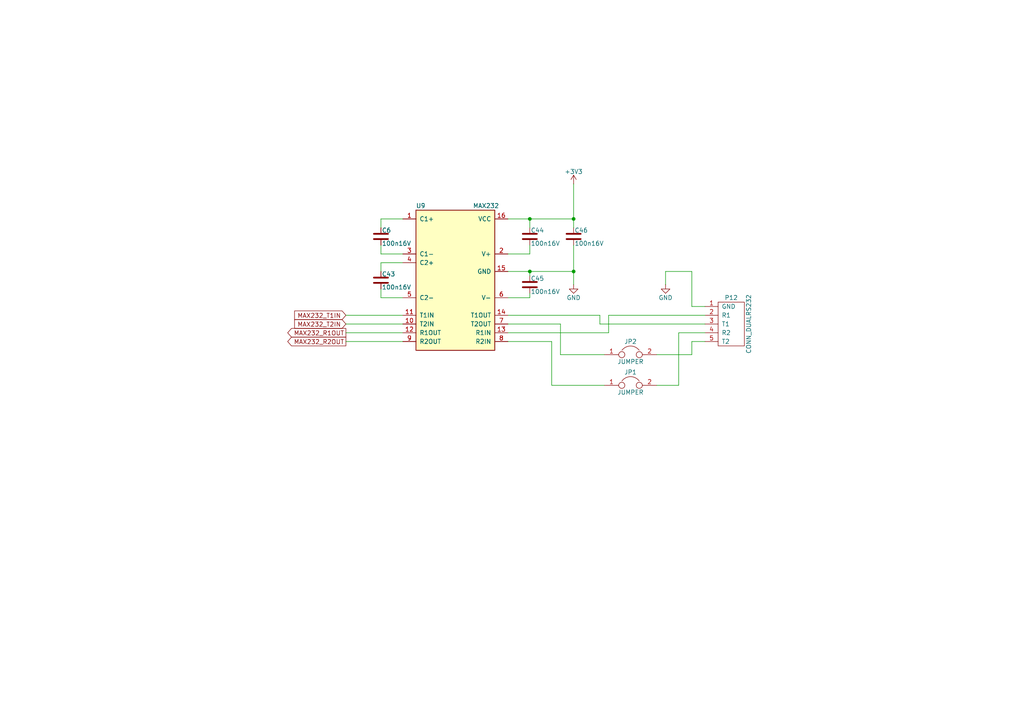
<source format=kicad_sch>
(kicad_sch (version 20231120) (generator "eeschema") (generator_version "8.0")
  (paper "A4")
  (lib_symbols
    (symbol "ATSAME70:+3.3V" (power) (pin_numbers hide) (pin_names (offset 0) hide)
      (property "Value" "+3.3V" (at 0 3.556 0))
      (symbol "+3.3V_0_1"
        (polyline (pts (xy -0.762 1.27) (xy 0 2.54)))
        (polyline (pts (xy 0 0) (xy 0 2.54)))
        (polyline (pts (xy 0 2.54) (xy 0.762 1.27)))
      )
      (symbol "+3.3V_1_1"
        (pin power_in line (at 0 0 90) (length 0) (name "~") (number "1"))
      )
    )
    (symbol "ATSAME70:CONN_DUALRS232" (pin_names (offset 1.016))
      (property "Reference" "P" (at 0 -7.62 0))
      (property "Value" "CONN_DUALRS232" (at -5.08 0 90))
      (symbol "CONN_DUALRS232_0_1"
        (rectangle (start -3.81 6.35) (end 3.81 -6.35))
      )
      (symbol "CONN_DUALRS232_1_1"
        (pin power_in line (at 7.62 -5.08 180) (length 3.81) (name "GND") (number "1"))
        (pin output line (at 7.62 -2.54 180) (length 3.81) (name "R1") (number "2"))
        (pin input line (at 7.62 0 180) (length 3.81) (name "T1") (number "3"))
        (pin output line (at 7.62 2.54 180) (length 3.81) (name "R2") (number "4"))
        (pin input line (at 7.62 5.08 180) (length 3.81) (name "T2") (number "5"))
      )
    )
    (symbol "ATSAME70:C_100n_16V_0402" (pin_numbers hide) (pin_names (offset 0.254))
      (property "Reference" "C" (at 0.635 2.54 0))
      (property "Value" "100n16V" (at 0.635 -2.54 0))
      (symbol "C_100n_16V_0402_0_1"
        (polyline (pts (xy -2.032 -0.762) (xy 2.032 -0.762)) (stroke (width 0.508)))
        (polyline (pts (xy -2.032 0.762) (xy 2.032 0.762)) (stroke (width 0.508)))
      )
      (symbol "C_100n_16V_0402_1_1"
        (pin passive line (at 0 2.54 270) (length 1.651) (name "~") (number "1"))
        (pin passive line (at 0 -2.54 90) (length 1.651) (name "~") (number "2"))
      )
    )
    (symbol "ATSAME70:GND" (power) (pin_numbers hide) (pin_names (offset 0) hide)
      (property "Value" "GND" (at 0 -3.81 0))
      (symbol "GND_0_1"
        (polyline (pts (xy 0 0) (xy 0 -1.27) (xy 1.27 -1.27) (xy 0 -2.54) (xy -1.27 -1.27) (xy 0 -1.27)))
      )
      (symbol "GND_1_1"
        (pin power_in line (at 0 0 270) (length 0) (name "~") (number "1"))
      )
    )
    (symbol "ATSAME70:JUMPER" (pin_names (offset 0.762) hide)
      (property "Reference" "JP" (at 0 3.81 0))
      (property "Value" "JUMPER" (at 0 -2.032 0))
      (symbol "JUMPER_0_1"
        (circle (center -2.54 0) (radius 0.889))
        (arc (start 2.5146 1.27) (mid 0.0078 2.5097) (end -2.4892 1.27))
        (circle (center 2.54 0) (radius 0.889))
        (pin passive line (at -7.62 0 0) (length 4.191) (name "1") (number "1"))
        (pin passive line (at 7.62 0 180) (length 4.191) (name "2") (number "2"))
      )
    )
    (symbol "ATSAME70:MAX232" (pin_names (offset 1.016))
      (property "Reference" "U" (at -11.43 21.59 0))
      (property "Value" "MAX232" (at 5.08 21.59 0))
      (symbol "MAX232_0_1"
        (rectangle (start -11.43 -20.32) (end 11.43 20.32) (stroke (width 0.254)) (fill (type background)))
      )
      (symbol "MAX232_1_1"
        (pin passive line (at -15.24 17.78 0) (length 3.81) (name "C1+") (number "1"))
        (pin input line (at -15.24 -12.7 0) (length 3.81) (name "T2IN") (number "10"))
        (pin input line (at -15.24 -10.16 0) (length 3.81) (name "T1IN") (number "11"))
        (pin output line (at -15.24 -15.24 0) (length 3.81) (name "R1OUT") (number "12"))
        (pin input line (at 15.24 -15.24 180) (length 3.81) (name "R1IN") (number "13"))
        (pin output line (at 15.24 -10.16 180) (length 3.81) (name "T1OUT") (number "14"))
        (pin passive line (at 15.24 2.54 180) (length 3.81) (name "GND") (number "15"))
        (pin passive line (at 15.24 17.78 180) (length 3.81) (name "VCC") (number "16"))
        (pin passive line (at 15.24 7.62 180) (length 3.81) (name "V+") (number "2"))
        (pin passive line (at -15.24 7.62 0) (length 3.81) (name "C1-") (number "3"))
        (pin passive line (at -15.24 5.08 0) (length 3.81) (name "C2+") (number "4"))
        (pin passive line (at -15.24 -5.08 0) (length 3.81) (name "C2-") (number "5"))
        (pin passive line (at 15.24 -5.08 180) (length 3.81) (name "V-") (number "6"))
        (pin output line (at 15.24 -12.7 180) (length 3.81) (name "T2OUT") (number "7"))
        (pin input line (at 15.24 -17.78 180) (length 3.81) (name "R2IN") (number "8"))
        (pin output line (at -15.24 -17.78 0) (length 3.81) (name "R2OUT") (number "9"))
      )
    )
  )
  (junction (at 153.67 78.74))
  (junction (at 166.37 63.5))
  (junction (at 153.67 63.5))
  (junction (at 166.37 78.74))
  (wire (pts (xy 100.33 96.52) (xy 116.84 96.52)))
  (wire (pts (xy 190.5 111.76) (xy 196.85 111.76)))
  (wire (pts (xy 110.49 76.2) (xy 110.49 78.74)))
  (wire (pts (xy 147.32 78.74) (xy 153.67 78.74)))
  (wire (pts (xy 147.32 63.5) (xy 153.67 63.5)))
  (wire (pts (xy 110.49 73.66) (xy 110.49 71.12)))
  (wire (pts (xy 200.66 88.9) (xy 204.47 88.9)))
  (wire (pts (xy 200.66 102.87) (xy 200.66 99.06)))
  (wire (pts (xy 153.67 86.36) (xy 147.32 86.36)))
  (wire (pts (xy 193.04 82.55) (xy 193.04 78.74)))
  (wire (pts (xy 147.32 96.52) (xy 176.53 96.52)))
  (wire (pts (xy 100.33 93.98) (xy 116.84 93.98)))
  (wire (pts (xy 193.04 78.74) (xy 200.66 78.74)))
  (wire (pts (xy 147.32 73.66) (xy 153.67 73.66)))
  (wire (pts (xy 116.84 76.2) (xy 110.49 76.2)))
  (wire (pts (xy 162.56 102.87) (xy 175.26 102.87)))
  (wire (pts (xy 116.84 86.36) (xy 110.49 86.36)))
  (wire (pts (xy 100.33 91.44) (xy 116.84 91.44)))
  (wire (pts (xy 160.02 111.76) (xy 175.26 111.76)))
  (wire (pts (xy 160.02 99.06) (xy 160.02 111.76)))
  (wire (pts (xy 166.37 63.5) (xy 166.37 66.04)))
  (wire (pts (xy 153.67 78.74) (xy 166.37 78.74)))
  (wire (pts (xy 166.37 78.74) (xy 166.37 82.55)))
  (wire (pts (xy 162.56 93.98) (xy 162.56 102.87)))
  (wire (pts (xy 166.37 71.12) (xy 166.37 78.74)))
  (wire (pts (xy 173.99 91.44) (xy 173.99 93.98)))
  (wire (pts (xy 147.32 99.06) (xy 160.02 99.06)))
  (wire (pts (xy 147.32 91.44) (xy 173.99 91.44)))
  (wire (pts (xy 190.5 102.87) (xy 200.66 102.87)))
  (wire (pts (xy 176.53 91.44) (xy 204.47 91.44)))
  (wire (pts (xy 100.33 99.06) (xy 116.84 99.06)))
  (wire (pts (xy 200.66 78.74) (xy 200.66 88.9)))
  (wire (pts (xy 153.67 86.36) (xy 153.67 85.09)))
  (wire (pts (xy 110.49 63.5) (xy 110.49 66.04)))
  (wire (pts (xy 196.85 111.76) (xy 196.85 96.52)))
  (wire (pts (xy 200.66 99.06) (xy 204.47 99.06)))
  (wire (pts (xy 147.32 93.98) (xy 162.56 93.98)))
  (wire (pts (xy 116.84 73.66) (xy 110.49 73.66)))
  (wire (pts (xy 176.53 96.52) (xy 176.53 91.44)))
  (wire (pts (xy 196.85 96.52) (xy 204.47 96.52)))
  (wire (pts (xy 110.49 86.36) (xy 110.49 83.82)))
  (wire (pts (xy 166.37 53.34) (xy 166.37 63.5)))
  (wire (pts (xy 153.67 66.04) (xy 153.67 63.5)))
  (wire (pts (xy 153.67 63.5) (xy 166.37 63.5)))
  (wire (pts (xy 173.99 93.98) (xy 204.47 93.98)))
  (wire (pts (xy 116.84 63.5) (xy 110.49 63.5)))
  (wire (pts (xy 153.67 73.66) (xy 153.67 71.12)))
  (wire (pts (xy 153.67 80.01) (xy 153.67 78.74)))
  (global_label "MAX232_T1IN" (shape input) (at 100.33 91.44 180) (property "Intersheetrefs" "${INTERSHEET_REFS}" (effects (hide yes))))
  (global_label "MAX232_R1OUT" (shape output) (at 100.33 96.52 180) (property "Intersheetrefs" "${INTERSHEET_REFS}" (effects (hide yes))))
  (global_label "MAX232_R2OUT" (shape output) (at 100.33 99.06 180) (property "Intersheetrefs" "${INTERSHEET_REFS}" (effects (hide yes))))
  (global_label "MAX232_T2IN" (shape input) (at 100.33 93.98 180) (property "Intersheetrefs" "${INTERSHEET_REFS}" (effects (hide yes))))
  (symbol (lib_id "ATSAME70:MAX232") (at 132.08 81.28 0) (unit 1)
    (property "Reference" "U9" (at 120.65 59.69 0) (effects (justify left)))
    (property "Value" "MAX232" (at 137.16 59.69 0) (effects (justify left)))
    (property "Footprint" "mylib:SO-16-N" (effects (hide yes)))
    (instances (project "" (path "" (reference "U9") (unit 1)) (path "" (reference "U9") (unit 1))) (project "ControllerBoard" (path "" (reference "U11") (unit 1))))
  )
  (symbol (lib_id "ATSAME70:JUMPER") (at 182.88 111.76 0) (unit 1)
    (property "Reference" "JP1" (at 182.88 107.95 0))
    (property "Value" "JUMPER" (at 182.88 113.792 0))
    (property "Footprint" "mylib:Pin_Header_Straight_1x02" (effects (hide yes)))
    (instances (project "TEST4" (path "" (reference "JP1") (unit 1))) (project "ControllerBoard" (path "" (reference "JP4") (unit 1))))
  )
  (symbol (lib_id "ATSAME70:JUMPER") (at 182.88 102.87 0) (unit 1)
    (property "Reference" "JP2" (at 182.88 99.06 0))
    (property "Value" "JUMPER" (at 182.88 104.902 0))
    (property "Footprint" "mylib:Pin_Header_Straight_1x02" (effects (hide yes)))
    (instances (project "TEST4" (path "" (reference "JP2") (unit 1))) (project "ControllerBoard" (path "" (reference "JP3") (unit 1))))
  )
  (symbol (lib_id "ATSAME70:C_100n_16V_0402") (at 110.49 68.58 0) (unit 1)
    (property "Reference" "C6" (at 110.744 66.802 0) (effects (justify left)))
    (property "Value" "100n16V" (at 110.744 70.612 0) (effects (justify left)))
    (property "Footprint" "ATSAME70:C_0402" (effects (hide yes)))
    (property "Description" "Unpolarized capacitor" (effects (hide yes)))
    (property "LCSC" "C1525" (effects (hide yes)))
    (instances (project "TEST4" (path "" (reference "C6") (unit 1))) (project "ControllerBoard" (path "" (reference "C43") (unit 1))))
  )
  (symbol (lib_id "ATSAME70:C_100n_16V_0402") (at 110.49 81.28 0) (unit 1)
    (property "Reference" "C43" (at 110.744 79.502 0) (effects (justify left)))
    (property "Value" "100n16V" (at 110.744 83.312 0) (effects (justify left)))
    (property "Footprint" "ATSAME70:C_0402" (effects (hide yes)))
    (property "Description" "Unpolarized capacitor" (effects (hide yes)))
    (property "LCSC" "C1525" (effects (hide yes)))
    (instances (project "TEST4" (path "" (reference "C43") (unit 1))) (project "ControllerBoard" (path "" (reference "C44") (unit 1))))
  )
  (symbol (lib_id "ATSAME70:+3.3V") (at 166.37 53.34 0) (unit 1)
    (property "Reference" "#PWR075" (effects (hide yes)))
    (property "Value" "+3V3" (at 166.37 49.784 0))
    (property "Description" "Power symbol creates a global label with name \"+3.3V\"" (effects (hide yes)))
    (instances (project "TEST4" (path "" (reference "#PWR075") (unit 1))) (project "" (path "" (reference "#PWR78") (unit 1))))
  )
  (symbol (lib_id "ATSAME70:GND") (at 166.37 82.55 0) (unit 1)
    (property "Reference" "#PWR076" (effects (hide yes)))
    (property "Value" "GND" (at 166.37 86.36 0))
    (property "Description" "Power symbol creates a global label with name \"GND\" , ground" (effects (hide yes)))
    (instances (project "TEST4" (path "" (reference "#PWR076") (unit 1))) (project "" (path "" (reference "#PWR79") (unit 1))))
  )
  (symbol (lib_id "ATSAME70:C_100n_16V_0402") (at 153.67 68.58 0) (unit 1)
    (property "Reference" "C44" (at 153.924 66.802 0) (effects (justify left)))
    (property "Value" "100n16V" (at 153.924 70.612 0) (effects (justify left)))
    (property "Footprint" "ATSAME70:C_0402" (effects (hide yes)))
    (property "Description" "Unpolarized capacitor" (effects (hide yes)))
    (property "LCSC" "C1525" (effects (hide yes)))
    (instances (project "TEST4" (path "" (reference "C44") (unit 1))) (project "ControllerBoard" (path "" (reference "C45") (unit 1))))
  )
  (symbol (lib_id "ATSAME70:C_100n_16V_0402") (at 153.67 82.55 0) (unit 1)
    (property "Reference" "C45" (at 153.924 80.772 0) (effects (justify left)))
    (property "Value" "100n16V" (at 153.924 84.582 0) (effects (justify left)))
    (property "Footprint" "ATSAME70:C_0402" (effects (hide yes)))
    (property "Description" "Unpolarized capacitor" (effects (hide yes)))
    (property "LCSC" "C1525" (effects (hide yes)))
    (instances (project "TEST4" (path "" (reference "C45") (unit 1))) (project "ControllerBoard" (path "" (reference "C46") (unit 1))))
  )
  (symbol (lib_id "ATSAME70:GND") (at 193.04 82.55 0) (unit 1)
    (property "Reference" "#PWR077" (effects (hide yes)))
    (property "Value" "GND" (at 193.04 86.36 0))
    (property "Description" "Power symbol creates a global label with name \"GND\" , ground" (effects (hide yes)))
    (instances (project "TEST4" (path "" (reference "#PWR077") (unit 1))) (project "" (path "" (reference "#PWR80") (unit 1))))
  )
  (symbol (lib_id "ATSAME70:C_100n_16V_0402") (at 166.37 68.58 0) (unit 1)
    (property "Reference" "C46" (at 166.624 66.802 0) (effects (justify left)))
    (property "Value" "100n16V" (at 166.624 70.612 0) (effects (justify left)))
    (property "Footprint" "ATSAME70:C_0402" (effects (hide yes)))
    (property "Description" "Unpolarized capacitor" (effects (hide yes)))
    (property "LCSC" "C1525" (effects (hide yes)))
    (instances (project "TEST4" (path "" (reference "C46") (unit 1))) (project "ControllerBoard" (path "" (reference "C47") (unit 1))))
  )
  (symbol (lib_id "ATSAME70:CONN_DUALRS232") (at 212.09 93.98 180) (unit 1)
    (property "Reference" "P12" (at 212.09 86.36 0))
    (property "Value" "CONN_DUALRS232" (at 217.17 93.98 90))
    (property "Footprint" "mylib:Pin_Header_Straight_LForm_1x05" (effects (hide yes)))
    (instances (project "TEST4" (path "" (reference "P12") (unit 1))) (project "ControllerBoard" (path "" (reference "P10") (unit 1))))
  )
)
</source>
